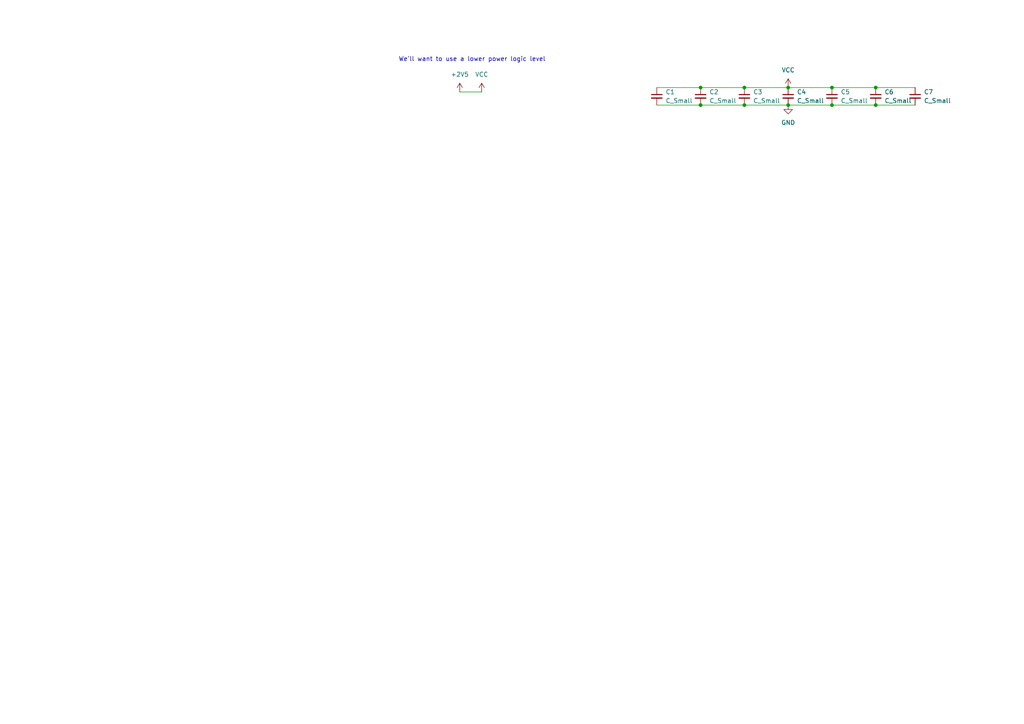
<source format=kicad_sch>
(kicad_sch (version 20250114) (generator "eeschema") (generator_version "9.0")
  (paper "A4")
  (title_block (title "FH07 BLE Node") (date "2026-02-04"))
  (lib_symbols
    (symbol "Device:C_Small" (pin_numbers (hide yes)) (pin_names (offset 0.254) (hide yes))
      (property "Reference" "C" (at 0.254 1.778 0))
      (property "Value" "C_Small" (at 0.254 -2.032 0))
      (symbol "C_Small_0_1"
        (polyline (pts (xy -1.524 0.508) (xy 1.524 0.508)) (stroke (width 0.3048)))
        (polyline (pts (xy -1.524 -0.508) (xy 1.524 -0.508)) (stroke (width 0.3302)))
      )
      (symbol "C_Small_1_1"
        (pin passive line (at 0 2.54 270) (length 2.032) (name "~") (number "1"))
        (pin passive line (at 0 -2.54 90) (length 2.032) (name "~") (number "2"))
      )
    )
    (symbol "power:+2V5" (power) (pin_numbers (hide yes)) (pin_names (offset 0) (hide yes))
      (property "Value" "+2V5" (at 0 3.556 0))
      (symbol "+2V5_0_1"
        (polyline (pts (xy -0.762 1.27) (xy 0 2.54)))
        (polyline (pts (xy 0 2.54) (xy 0.762 1.27)))
        (polyline (pts (xy 0 0) (xy 0 2.54)))
      )
      (symbol "+2V5_1_1"
        (pin power_in line (at 0 0 90) (length 0) (name "~") (number "1"))
      )
    )
    (symbol "power:GND" (power) (pin_numbers (hide yes)) (pin_names (offset 0) (hide yes))
      (property "Value" "GND" (at 0 -3.81 0))
      (symbol "GND_0_1"
        (polyline (pts (xy 0 0) (xy 0 -1.27) (xy 1.27 -1.27) (xy 0 -2.54) (xy -1.27 -1.27) (xy 0 -1.27)))
      )
      (symbol "GND_1_1"
        (pin power_in line (at 0 0 270) (length 0) (name "~") (number "1"))
      )
    )
    (symbol "power:VCC" (power) (pin_numbers (hide yes)) (pin_names (offset 0) (hide yes))
      (property "Value" "VCC" (at 0 3.556 0))
      (symbol "VCC_0_1"
        (polyline (pts (xy -0.762 1.27) (xy 0 2.54)))
        (polyline (pts (xy 0 2.54) (xy 0.762 1.27)))
        (polyline (pts (xy 0 0) (xy 0 2.54)))
      )
      (symbol "VCC_1_1"
        (pin power_in line (at 0 0 90) (length 0) (name "~") (number "1"))
      )
    )
  )
  (text "We'll want to use a lower power logic level\n" (at 136.906 17.272 0) (effects (font (size 1.27 1.27))))
  (junction (at 203.2 25.4))
  (junction (at 228.6 25.4))
  (junction (at 215.9 25.4))
  (junction (at 241.3 25.4))
  (junction (at 254 25.4))
  (junction (at 203.2 30.48))
  (junction (at 215.9 30.48))
  (junction (at 254 30.48))
  (junction (at 228.6 30.48))
  (junction (at 241.3 30.48))
  (wire (pts (xy 241.3 25.4) (xy 254 25.4)))
  (wire (pts (xy 203.2 30.48) (xy 215.9 30.48)))
  (wire (pts (xy 203.2 25.4) (xy 215.9 25.4)))
  (wire (pts (xy 190.5 30.48) (xy 203.2 30.48)))
  (wire (pts (xy 254 30.48) (xy 265.43 30.48)))
  (wire (pts (xy 254 25.4) (xy 265.43 25.4)))
  (wire (pts (xy 228.6 30.48) (xy 241.3 30.48)))
  (wire (pts (xy 190.5 25.4) (xy 203.2 25.4)))
  (wire (pts (xy 133.35 26.67) (xy 139.7 26.67)))
  (wire (pts (xy 215.9 25.4) (xy 228.6 25.4)))
  (wire (pts (xy 215.9 30.48) (xy 228.6 30.48)))
  (wire (pts (xy 241.3 30.48) (xy 254 30.48)))
  (wire (pts (xy 228.6 25.4) (xy 241.3 25.4)))
  (symbol (lib_id "power:VCC") (at 139.7 26.67 0) (unit 1)
    (property "Reference" "#PWR02" (effects (hide yes)))
    (property "Value" "VCC" (at 139.7 21.59 0))
    (property "Description" "Power symbol creates a global label with name \"VCC\"" (effects (hide yes)))
  )
  (symbol (lib_id "Device:C_Small") (at 228.6 27.94 0) (unit 1)
    (property "Reference" "C4" (at 231.14 26.6762 0) (effects (justify left)))
    (property "Value" "C_Small" (at 231.14 29.2162 0) (effects (justify left)))
    (property "Description" "Unpolarized capacitor, small symbol" (effects (hide yes)))
  )
  (symbol (lib_id "Device:C_Small") (at 241.3 27.94 0) (unit 1)
    (property "Reference" "C5" (at 243.84 26.6762 0) (effects (justify left)))
    (property "Value" "C_Small" (at 243.84 29.2162 0) (effects (justify left)))
    (property "Description" "Unpolarized capacitor, small symbol" (effects (hide yes)))
  )
  (symbol (lib_id "Device:C_Small") (at 203.2 27.94 0) (unit 1)
    (property "Reference" "C2" (at 205.74 26.6762 0) (effects (justify left)))
    (property "Value" "C_Small" (at 205.74 29.2162 0) (effects (justify left)))
    (property "Description" "Unpolarized capacitor, small symbol" (effects (hide yes)))
  )
  (symbol (lib_id "Device:C_Small") (at 265.43 27.94 0) (unit 1)
    (property "Reference" "C7" (at 267.97 26.6762 0) (effects (justify left)))
    (property "Value" "C_Small" (at 267.97 29.2162 0) (effects (justify left)))
    (property "Description" "Unpolarized capacitor, small symbol" (effects (hide yes)))
  )
  (symbol (lib_id "Device:C_Small") (at 190.5 27.94 0) (unit 1)
    (property "Reference" "C1" (at 193.04 26.6762 0) (effects (justify left)))
    (property "Value" "C_Small" (at 193.04 29.2162 0) (effects (justify left)))
    (property "Description" "Unpolarized capacitor, small symbol" (effects (hide yes)))
  )
  (symbol (lib_id "power:+2V5") (at 133.35 26.67 0) (unit 1)
    (property "Reference" "#PWR01" (effects (hide yes)))
    (property "Value" "+2V5" (at 133.35 21.59 0))
    (property "Description" "Power symbol creates a global label with name \"+2V5\"" (effects (hide yes)))
  )
  (symbol (lib_id "Device:C_Small") (at 254 27.94 0) (unit 1)
    (property "Reference" "C6" (at 256.54 26.6762 0) (effects (justify left)))
    (property "Value" "C_Small" (at 256.54 29.2162 0) (effects (justify left)))
    (property "Description" "Unpolarized capacitor, small symbol" (effects (hide yes)))
  )
  (symbol (lib_id "Device:C_Small") (at 215.9 27.94 0) (unit 1)
    (property "Reference" "C3" (at 218.44 26.6762 0) (effects (justify left)))
    (property "Value" "C_Small" (at 218.44 29.2162 0) (effects (justify left)))
    (property "Description" "Unpolarized capacitor, small symbol" (effects (hide yes)))
  )
  (symbol (lib_id "power:GND") (at 228.6 30.48 0) (unit 1)
    (property "Reference" "#PWR09" (effects (hide yes)))
    (property "Value" "GND" (at 228.6 35.56 0))
    (property "Description" "Power symbol creates a global label with name \"GND\" , ground" (effects (hide yes)))
  )
  (symbol (lib_id "power:VCC") (at 228.6 25.4 0) (unit 1)
    (property "Reference" "#PWR010" (effects (hide yes)))
    (property "Value" "VCC" (at 228.6 20.32 0))
    (property "Description" "Power symbol creates a global label with name \"VCC\"" (effects (hide yes)))
  )
)
</source>
